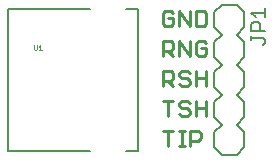
<source format=gbr>
G04 EAGLE Gerber RS-274X export*
G75*
%MOMM*%
%FSLAX34Y34*%
%LPD*%
%INSilkscreen Top*%
%IPPOS*%
%AMOC8*
5,1,8,0,0,1.08239X$1,22.5*%
G01*
%ADD10C,0.228600*%
%ADD11C,0.203200*%
%ADD12C,0.025400*%
%ADD13C,0.127000*%


D10*
X143136Y132597D02*
X140976Y134758D01*
X136654Y134758D01*
X134493Y132597D01*
X134493Y123954D01*
X136654Y121793D01*
X140976Y121793D01*
X143136Y123954D01*
X143136Y128276D01*
X138815Y128276D01*
X148526Y134758D02*
X148526Y121793D01*
X157169Y121793D02*
X148526Y134758D01*
X157169Y134758D02*
X157169Y121793D01*
X162559Y121793D02*
X162559Y134758D01*
X162559Y121793D02*
X169041Y121793D01*
X171202Y123954D01*
X171202Y132597D01*
X169041Y134758D01*
X162559Y134758D01*
X134493Y109358D02*
X134493Y96393D01*
X134493Y109358D02*
X140976Y109358D01*
X143136Y107197D01*
X143136Y102876D01*
X140976Y100715D01*
X134493Y100715D01*
X138815Y100715D02*
X143136Y96393D01*
X148526Y96393D02*
X148526Y109358D01*
X157169Y96393D01*
X157169Y109358D01*
X169041Y109358D02*
X171202Y107197D01*
X169041Y109358D02*
X164719Y109358D01*
X162559Y107197D01*
X162559Y98554D01*
X164719Y96393D01*
X169041Y96393D01*
X171202Y98554D01*
X171202Y102876D01*
X166880Y102876D01*
X138815Y33158D02*
X138815Y20193D01*
X134493Y33158D02*
X143136Y33158D01*
X148526Y20193D02*
X152847Y20193D01*
X150687Y20193D02*
X150687Y33158D01*
X152847Y33158D02*
X148526Y33158D01*
X157881Y33158D02*
X157881Y20193D01*
X157881Y33158D02*
X164364Y33158D01*
X166524Y30997D01*
X166524Y26676D01*
X164364Y24515D01*
X157881Y24515D01*
X134493Y70993D02*
X134493Y83958D01*
X140976Y83958D01*
X143136Y81797D01*
X143136Y77476D01*
X140976Y75315D01*
X134493Y75315D01*
X138815Y75315D02*
X143136Y70993D01*
X155008Y83958D02*
X157169Y81797D01*
X155008Y83958D02*
X150687Y83958D01*
X148526Y81797D01*
X148526Y79636D01*
X150687Y77476D01*
X155008Y77476D01*
X157169Y75315D01*
X157169Y73154D01*
X155008Y70993D01*
X150687Y70993D01*
X148526Y73154D01*
X162559Y70993D02*
X162559Y83958D01*
X162559Y77476D02*
X171202Y77476D01*
X171202Y83958D02*
X171202Y70993D01*
X138815Y58558D02*
X138815Y45593D01*
X134493Y58558D02*
X143136Y58558D01*
X155008Y58558D02*
X157169Y56397D01*
X155008Y58558D02*
X150687Y58558D01*
X148526Y56397D01*
X148526Y54236D01*
X150687Y52076D01*
X155008Y52076D01*
X157169Y49915D01*
X157169Y47754D01*
X155008Y45593D01*
X150687Y45593D01*
X148526Y47754D01*
X162559Y45593D02*
X162559Y58558D01*
X162559Y52076D02*
X171202Y52076D01*
X171202Y58558D02*
X171202Y45593D01*
D11*
X113100Y16200D02*
X113100Y136200D01*
X73100Y136200D02*
X3100Y136200D01*
X103100Y136200D02*
X113100Y136200D01*
X3100Y136200D02*
X3100Y16200D01*
X73100Y16200D01*
X103100Y16200D02*
X113100Y16200D01*
D12*
X25527Y102363D02*
X25527Y105540D01*
X25527Y102363D02*
X26163Y101727D01*
X27434Y101727D01*
X28069Y102363D01*
X28069Y105540D01*
X29269Y104269D02*
X30540Y105540D01*
X30540Y101727D01*
X29269Y101727D02*
X31811Y101727D01*
D11*
X203200Y57150D02*
X203200Y44450D01*
X196850Y38100D01*
X184150Y38100D02*
X177800Y44450D01*
X196850Y38100D02*
X203200Y31750D01*
X203200Y19050D01*
X196850Y12700D01*
X184150Y12700D02*
X177800Y19050D01*
X177800Y31750D01*
X184150Y38100D01*
X203200Y82550D02*
X196850Y88900D01*
X203200Y82550D02*
X203200Y69850D01*
X196850Y63500D01*
X184150Y63500D02*
X177800Y69850D01*
X177800Y82550D01*
X184150Y88900D01*
X196850Y63500D02*
X203200Y57150D01*
X184150Y63500D02*
X177800Y57150D01*
X177800Y44450D01*
X203200Y120650D02*
X203200Y133350D01*
X203200Y120650D02*
X196850Y114300D01*
X184150Y114300D02*
X177800Y120650D01*
X196850Y114300D02*
X203200Y107950D01*
X203200Y95250D01*
X196850Y88900D01*
X184150Y88900D02*
X177800Y95250D01*
X177800Y107950D01*
X184150Y114300D01*
X184150Y139700D02*
X196850Y139700D01*
X203200Y133350D01*
X184150Y139700D02*
X177800Y133350D01*
X177800Y120650D01*
X184150Y12700D02*
X196850Y12700D01*
D13*
X218946Y106015D02*
X220853Y107922D01*
X220853Y109828D01*
X218946Y111735D01*
X209413Y111735D01*
X209413Y109828D02*
X209413Y113642D01*
X209413Y117709D02*
X220853Y117709D01*
X209413Y117709D02*
X209413Y123429D01*
X211320Y125336D01*
X215133Y125336D01*
X217040Y123429D01*
X217040Y117709D01*
X213227Y129403D02*
X209413Y133216D01*
X220853Y133216D01*
X220853Y129403D02*
X220853Y137029D01*
M02*

</source>
